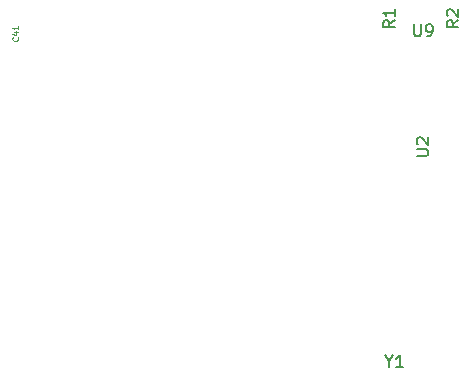
<source format=gbr>
%TF.GenerationSoftware,KiCad,Pcbnew,7.0.6*%
%TF.CreationDate,2024-01-18T22:37:55+01:00*%
%TF.ProjectId,Arius8X-HE,41726975-7338-4582-9d48-452e6b696361,rev?*%
%TF.SameCoordinates,Original*%
%TF.FileFunction,Legend,Top*%
%TF.FilePolarity,Positive*%
%FSLAX46Y46*%
G04 Gerber Fmt 4.6, Leading zero omitted, Abs format (unit mm)*
G04 Created by KiCad (PCBNEW 7.0.6) date 2024-01-18 22:37:55*
%MOMM*%
%LPD*%
G01*
G04 APERTURE LIST*
G04 Aperture macros list*
%AMRoundRect*
0 Rectangle with rounded corners*
0 $1 Rounding radius*
0 $2 $3 $4 $5 $6 $7 $8 $9 X,Y pos of 4 corners*
0 Add a 4 corners polygon primitive as box body*
4,1,4,$2,$3,$4,$5,$6,$7,$8,$9,$2,$3,0*
0 Add four circle primitives for the rounded corners*
1,1,$1+$1,$2,$3*
1,1,$1+$1,$4,$5*
1,1,$1+$1,$6,$7*
1,1,$1+$1,$8,$9*
0 Add four rect primitives between the rounded corners*
20,1,$1+$1,$2,$3,$4,$5,0*
20,1,$1+$1,$4,$5,$6,$7,0*
20,1,$1+$1,$6,$7,$8,$9,0*
20,1,$1+$1,$8,$9,$2,$3,0*%
%AMHorizOval*
0 Thick line with rounded ends*
0 $1 width*
0 $2 $3 position (X,Y) of the first rounded end (center of the circle)*
0 $4 $5 position (X,Y) of the second rounded end (center of the circle)*
0 Add line between two ends*
20,1,$1,$2,$3,$4,$5,0*
0 Add two circle primitives to create the rounded ends*
1,1,$1,$2,$3*
1,1,$1,$4,$5*%
G04 Aperture macros list end*
%ADD10C,0.150000*%
%ADD11C,0.125000*%
%ADD12C,3.124000*%
%ADD13C,4.063800*%
%ADD14C,1.826000*%
%ADD15RoundRect,0.038000X-0.850000X0.850000X-0.850000X-0.850000X0.850000X-0.850000X0.850000X0.850000X0*%
%ADD16O,1.776000X1.776000*%
%ADD17C,0.726000*%
%ADD18O,1.076000X1.676000*%
%ADD19O,1.076000X2.176000*%
%ADD20RoundRect,0.038000X0.000000X-1.202082X1.202082X0.000000X0.000000X1.202082X-1.202082X0.000000X0*%
%ADD21HorizOval,1.776000X0.000000X0.000000X0.000000X0.000000X0*%
G04 APERTURE END LIST*
D10*
X330078095Y-75794819D02*
X330078095Y-76604342D01*
X330078095Y-76604342D02*
X330125714Y-76699580D01*
X330125714Y-76699580D02*
X330173333Y-76747200D01*
X330173333Y-76747200D02*
X330268571Y-76794819D01*
X330268571Y-76794819D02*
X330459047Y-76794819D01*
X330459047Y-76794819D02*
X330554285Y-76747200D01*
X330554285Y-76747200D02*
X330601904Y-76699580D01*
X330601904Y-76699580D02*
X330649523Y-76604342D01*
X330649523Y-76604342D02*
X330649523Y-75794819D01*
X331173333Y-76794819D02*
X331363809Y-76794819D01*
X331363809Y-76794819D02*
X331459047Y-76747200D01*
X331459047Y-76747200D02*
X331506666Y-76699580D01*
X331506666Y-76699580D02*
X331601904Y-76556723D01*
X331601904Y-76556723D02*
X331649523Y-76366247D01*
X331649523Y-76366247D02*
X331649523Y-75985295D01*
X331649523Y-75985295D02*
X331601904Y-75890057D01*
X331601904Y-75890057D02*
X331554285Y-75842438D01*
X331554285Y-75842438D02*
X331459047Y-75794819D01*
X331459047Y-75794819D02*
X331268571Y-75794819D01*
X331268571Y-75794819D02*
X331173333Y-75842438D01*
X331173333Y-75842438D02*
X331125714Y-75890057D01*
X331125714Y-75890057D02*
X331078095Y-75985295D01*
X331078095Y-75985295D02*
X331078095Y-76223390D01*
X331078095Y-76223390D02*
X331125714Y-76318628D01*
X331125714Y-76318628D02*
X331173333Y-76366247D01*
X331173333Y-76366247D02*
X331268571Y-76413866D01*
X331268571Y-76413866D02*
X331459047Y-76413866D01*
X331459047Y-76413866D02*
X331554285Y-76366247D01*
X331554285Y-76366247D02*
X331601904Y-76318628D01*
X331601904Y-76318628D02*
X331649523Y-76223390D01*
D11*
X296507190Y-76883928D02*
X296531000Y-76907737D01*
X296531000Y-76907737D02*
X296554809Y-76979166D01*
X296554809Y-76979166D02*
X296554809Y-77026785D01*
X296554809Y-77026785D02*
X296531000Y-77098213D01*
X296531000Y-77098213D02*
X296483380Y-77145832D01*
X296483380Y-77145832D02*
X296435761Y-77169642D01*
X296435761Y-77169642D02*
X296340523Y-77193451D01*
X296340523Y-77193451D02*
X296269095Y-77193451D01*
X296269095Y-77193451D02*
X296173857Y-77169642D01*
X296173857Y-77169642D02*
X296126238Y-77145832D01*
X296126238Y-77145832D02*
X296078619Y-77098213D01*
X296078619Y-77098213D02*
X296054809Y-77026785D01*
X296054809Y-77026785D02*
X296054809Y-76979166D01*
X296054809Y-76979166D02*
X296078619Y-76907737D01*
X296078619Y-76907737D02*
X296102428Y-76883928D01*
X296221476Y-76455356D02*
X296554809Y-76455356D01*
X296031000Y-76574404D02*
X296388142Y-76693451D01*
X296388142Y-76693451D02*
X296388142Y-76383928D01*
X296554809Y-75931547D02*
X296554809Y-76217261D01*
X296554809Y-76074404D02*
X296054809Y-76074404D01*
X296054809Y-76074404D02*
X296126238Y-76122023D01*
X296126238Y-76122023D02*
X296173857Y-76169642D01*
X296173857Y-76169642D02*
X296197666Y-76217261D01*
D10*
X333834819Y-75456666D02*
X333358628Y-75789999D01*
X333834819Y-76028094D02*
X332834819Y-76028094D01*
X332834819Y-76028094D02*
X332834819Y-75647142D01*
X332834819Y-75647142D02*
X332882438Y-75551904D01*
X332882438Y-75551904D02*
X332930057Y-75504285D01*
X332930057Y-75504285D02*
X333025295Y-75456666D01*
X333025295Y-75456666D02*
X333168152Y-75456666D01*
X333168152Y-75456666D02*
X333263390Y-75504285D01*
X333263390Y-75504285D02*
X333311009Y-75551904D01*
X333311009Y-75551904D02*
X333358628Y-75647142D01*
X333358628Y-75647142D02*
X333358628Y-76028094D01*
X332930057Y-75075713D02*
X332882438Y-75028094D01*
X332882438Y-75028094D02*
X332834819Y-74932856D01*
X332834819Y-74932856D02*
X332834819Y-74694761D01*
X332834819Y-74694761D02*
X332882438Y-74599523D01*
X332882438Y-74599523D02*
X332930057Y-74551904D01*
X332930057Y-74551904D02*
X333025295Y-74504285D01*
X333025295Y-74504285D02*
X333120533Y-74504285D01*
X333120533Y-74504285D02*
X333263390Y-74551904D01*
X333263390Y-74551904D02*
X333834819Y-75123332D01*
X333834819Y-75123332D02*
X333834819Y-74504285D01*
X328444819Y-75456666D02*
X327968628Y-75789999D01*
X328444819Y-76028094D02*
X327444819Y-76028094D01*
X327444819Y-76028094D02*
X327444819Y-75647142D01*
X327444819Y-75647142D02*
X327492438Y-75551904D01*
X327492438Y-75551904D02*
X327540057Y-75504285D01*
X327540057Y-75504285D02*
X327635295Y-75456666D01*
X327635295Y-75456666D02*
X327778152Y-75456666D01*
X327778152Y-75456666D02*
X327873390Y-75504285D01*
X327873390Y-75504285D02*
X327921009Y-75551904D01*
X327921009Y-75551904D02*
X327968628Y-75647142D01*
X327968628Y-75647142D02*
X327968628Y-76028094D01*
X328444819Y-74504285D02*
X328444819Y-75075713D01*
X328444819Y-74789999D02*
X327444819Y-74789999D01*
X327444819Y-74789999D02*
X327587676Y-74885237D01*
X327587676Y-74885237D02*
X327682914Y-74980475D01*
X327682914Y-74980475D02*
X327730533Y-75075713D01*
X327946309Y-104331128D02*
X327946309Y-104807319D01*
X327612976Y-103807319D02*
X327946309Y-104331128D01*
X327946309Y-104331128D02*
X328279642Y-103807319D01*
X329136785Y-104807319D02*
X328565357Y-104807319D01*
X328851071Y-104807319D02*
X328851071Y-103807319D01*
X328851071Y-103807319D02*
X328755833Y-103950176D01*
X328755833Y-103950176D02*
X328660595Y-104045414D01*
X328660595Y-104045414D02*
X328565357Y-104093033D01*
X330284819Y-86931904D02*
X331094342Y-86931904D01*
X331094342Y-86931904D02*
X331189580Y-86884285D01*
X331189580Y-86884285D02*
X331237200Y-86836666D01*
X331237200Y-86836666D02*
X331284819Y-86741428D01*
X331284819Y-86741428D02*
X331284819Y-86550952D01*
X331284819Y-86550952D02*
X331237200Y-86455714D01*
X331237200Y-86455714D02*
X331189580Y-86408095D01*
X331189580Y-86408095D02*
X331094342Y-86360476D01*
X331094342Y-86360476D02*
X330284819Y-86360476D01*
X330380057Y-85931904D02*
X330332438Y-85884285D01*
X330332438Y-85884285D02*
X330284819Y-85789047D01*
X330284819Y-85789047D02*
X330284819Y-85550952D01*
X330284819Y-85550952D02*
X330332438Y-85455714D01*
X330332438Y-85455714D02*
X330380057Y-85408095D01*
X330380057Y-85408095D02*
X330475295Y-85360476D01*
X330475295Y-85360476D02*
X330570533Y-85360476D01*
X330570533Y-85360476D02*
X330713390Y-85408095D01*
X330713390Y-85408095D02*
X331284819Y-85979523D01*
X331284819Y-85979523D02*
X331284819Y-85360476D01*
%LPC*%
D12*
%TO.C,REF\u002A\u002A*%
X294967500Y-131927500D03*
D13*
X294967500Y-147167500D03*
D12*
X318780000Y-131927500D03*
D13*
X318780000Y-147167500D03*
%TD*%
D12*
%TO.C,REF\u002A\u002A*%
X52080000Y-150977500D03*
D13*
X52080000Y-166217500D03*
D12*
X75892500Y-150977500D03*
D13*
X75892500Y-166217500D03*
%TD*%
D12*
%TO.C,REF\u002A\u002A*%
X290205000Y-150977500D03*
D13*
X290205000Y-166217500D03*
D12*
X314017500Y-150977500D03*
D13*
X314017500Y-166217500D03*
%TD*%
D12*
%TO.C,REF\u002A\u002A*%
X297348750Y-93827500D03*
D13*
X297348750Y-109067500D03*
D12*
X321161250Y-93827500D03*
D13*
X321161250Y-109067500D03*
%TD*%
D12*
%TO.C,REF\u002A\u002A*%
X242580000Y-183997500D03*
D13*
X242580000Y-168757500D03*
D12*
X128280000Y-183997500D03*
D13*
X128280000Y-168757500D03*
%TD*%
D14*
%TO.C,HALL34*%
X61922500Y-119862500D03*
X51762500Y-119862500D03*
%TD*%
%TO.C,HALL13*%
X323860000Y-77000000D03*
X313700000Y-77000000D03*
%TD*%
%TO.C,HALL17*%
X57160000Y-100812500D03*
X47000000Y-100812500D03*
%TD*%
%TO.C,HALL55*%
X147647500Y-138912500D03*
X137487500Y-138912500D03*
%TD*%
%TO.C,HALL32*%
X366722500Y-100812500D03*
X356562500Y-100812500D03*
%TD*%
%TO.C,HALL77*%
X61922500Y-177012500D03*
X51762500Y-177012500D03*
%TD*%
%TO.C,HALL4*%
X133360000Y-77000000D03*
X123200000Y-77000000D03*
%TD*%
D15*
%TO.C,J3*%
X369195000Y-136240000D03*
D16*
X371735000Y-136240000D03*
%TD*%
D14*
%TO.C,HALL59*%
X223847500Y-138912500D03*
X213687500Y-138912500D03*
%TD*%
%TO.C,HALL86*%
X385772500Y-177012500D03*
X375612500Y-177012500D03*
%TD*%
%TO.C,HALL8*%
X219085000Y-77000000D03*
X208925000Y-77000000D03*
%TD*%
%TO.C,HALL64*%
X69066250Y-157962500D03*
X58906250Y-157962500D03*
%TD*%
%TO.C,HALL35*%
X85735000Y-119862500D03*
X75575000Y-119862500D03*
%TD*%
%TO.C,HALL42*%
X219085000Y-119862500D03*
X208925000Y-119862500D03*
%TD*%
%TO.C,HALL21*%
X133360000Y-100812500D03*
X123200000Y-100812500D03*
%TD*%
%TO.C,HALL3*%
X114310000Y-77000000D03*
X104150000Y-77000000D03*
%TD*%
%TO.C,HALL20*%
X114310000Y-100812500D03*
X104150000Y-100812500D03*
%TD*%
%TO.C,HALL2*%
X95260000Y-77000000D03*
X85100000Y-77000000D03*
%TD*%
%TO.C,HALL38*%
X142885000Y-119862500D03*
X132725000Y-119862500D03*
%TD*%
%TO.C,HALL83*%
X319097500Y-177012500D03*
X308937500Y-177012500D03*
%TD*%
%TO.C,HALL65*%
X100022500Y-157962500D03*
X89862500Y-157962500D03*
%TD*%
%TO.C,HALL85*%
X366722500Y-177012500D03*
X356562500Y-177012500D03*
%TD*%
%TO.C,HALL40*%
X180985000Y-119862500D03*
X170825000Y-119862500D03*
%TD*%
%TO.C,HALL47*%
X319097500Y-119862500D03*
X308937500Y-119862500D03*
%TD*%
%TO.C,HALL7*%
X200035000Y-77000000D03*
X189875000Y-77000000D03*
%TD*%
%TO.C,HALL81*%
X271472500Y-177012500D03*
X261312500Y-177012500D03*
%TD*%
%TO.C,HALL79*%
X109547500Y-177012500D03*
X99387500Y-177012500D03*
%TD*%
%TO.C,HALL15*%
X366722500Y-77000000D03*
X356562500Y-77000000D03*
%TD*%
%TO.C,HALL25*%
X209560000Y-100812500D03*
X199400000Y-100812500D03*
%TD*%
%TO.C,HALL58*%
X204797500Y-138912500D03*
X194637500Y-138912500D03*
%TD*%
%TO.C,HALL84*%
X347672500Y-177012500D03*
X337512500Y-177012500D03*
%TD*%
%TO.C,HALL71*%
X214322500Y-157962500D03*
X204162500Y-157962500D03*
%TD*%
%TO.C,HALL80*%
X190510000Y-177012500D03*
X180350000Y-177012500D03*
%TD*%
%TO.C,HALL14*%
X347672500Y-77000000D03*
X337512500Y-77000000D03*
%TD*%
%TO.C,HALL43*%
X238135000Y-119862500D03*
X227975000Y-119862500D03*
%TD*%
%TO.C,HALL30*%
X314335000Y-100812500D03*
X304175000Y-100812500D03*
%TD*%
%TO.C,HALL41*%
X200035000Y-119862500D03*
X189875000Y-119862500D03*
%TD*%
%TO.C,HALL16*%
X385772500Y-77000000D03*
X375612500Y-77000000D03*
%TD*%
%TO.C,HALL27*%
X247660000Y-100812500D03*
X237500000Y-100812500D03*
%TD*%
D17*
%TO.C,J1*%
X327796742Y-71447386D03*
X333576742Y-71447386D03*
D18*
X326366742Y-67797386D03*
D19*
X326366742Y-71977386D03*
D18*
X335006742Y-67797386D03*
D19*
X335006742Y-71977386D03*
%TD*%
D14*
%TO.C,HALL22*%
X152410000Y-100812500D03*
X142250000Y-100812500D03*
%TD*%
%TO.C,HALL75*%
X307191250Y-157962500D03*
X297031250Y-157962500D03*
%TD*%
%TO.C,HALL67*%
X138122500Y-157962500D03*
X127962500Y-157962500D03*
%TD*%
%TO.C,HALL72*%
X233372500Y-157962500D03*
X223212500Y-157962500D03*
%TD*%
%TO.C,HALL1*%
X57160000Y-77000000D03*
X47000000Y-77000000D03*
%TD*%
%TO.C,HALL76*%
X366722500Y-157962500D03*
X356562500Y-157962500D03*
%TD*%
%TO.C,HALL10*%
X266710000Y-77000000D03*
X256550000Y-77000000D03*
%TD*%
%TO.C,HALL31*%
X347672500Y-100812500D03*
X337512500Y-100812500D03*
%TD*%
%TO.C,HALL50*%
X385772500Y-119862500D03*
X375612500Y-119862500D03*
%TD*%
%TO.C,HALL57*%
X185747500Y-138912500D03*
X175587500Y-138912500D03*
%TD*%
%TO.C,HALL48*%
X347672500Y-119862500D03*
X337512500Y-119862500D03*
%TD*%
%TO.C,HALL26*%
X228610000Y-100812500D03*
X218450000Y-100812500D03*
%TD*%
%TO.C,HALL23*%
X171460000Y-100812500D03*
X161300000Y-100812500D03*
%TD*%
%TO.C,HALL45*%
X276235000Y-119862500D03*
X266075000Y-119862500D03*
%TD*%
%TO.C,HALL74*%
X271472500Y-157962500D03*
X261312500Y-157962500D03*
%TD*%
%TO.C,HALL82*%
X295285000Y-177012500D03*
X285125000Y-177012500D03*
%TD*%
%TO.C,HALL6*%
X180985000Y-77000000D03*
X170825000Y-77000000D03*
%TD*%
%TO.C,HALL12*%
X304810000Y-77000000D03*
X294650000Y-77000000D03*
%TD*%
%TO.C,HALL46*%
X295285000Y-119862500D03*
X285125000Y-119862500D03*
%TD*%
%TO.C,HALL73*%
X252422500Y-157962500D03*
X242262500Y-157962500D03*
%TD*%
%TO.C,HALL78*%
X85735000Y-177012500D03*
X75575000Y-177012500D03*
%TD*%
%TO.C,HALL33*%
X385772500Y-100812500D03*
X375612500Y-100812500D03*
%TD*%
%TO.C,HALL11*%
X285760000Y-77000000D03*
X275600000Y-77000000D03*
%TD*%
%TO.C,HALL39*%
X161935000Y-119862500D03*
X151775000Y-119862500D03*
%TD*%
%TO.C,HALL36*%
X104785000Y-119862500D03*
X94625000Y-119862500D03*
%TD*%
%TO.C,HALL18*%
X76210000Y-100812500D03*
X66050000Y-100812500D03*
%TD*%
%TO.C,HALL5*%
X152410000Y-77000000D03*
X142250000Y-77000000D03*
%TD*%
%TO.C,HALL54*%
X128597500Y-138912500D03*
X118437500Y-138912500D03*
%TD*%
%TO.C,HALL52*%
X90497500Y-138912500D03*
X80337500Y-138912500D03*
%TD*%
%TO.C,HALL61*%
X261947500Y-138912500D03*
X251787500Y-138912500D03*
%TD*%
D15*
%TO.C,J2*%
X361975000Y-136400000D03*
D16*
X364515000Y-136400000D03*
%TD*%
D14*
%TO.C,HALL62*%
X280997500Y-138912500D03*
X270837500Y-138912500D03*
%TD*%
%TO.C,HALL68*%
X157172500Y-157962500D03*
X147012500Y-157962500D03*
%TD*%
%TO.C,HALL51*%
X59541250Y-138912500D03*
X49381250Y-138912500D03*
%TD*%
%TO.C,HALL37*%
X123835000Y-119862500D03*
X113675000Y-119862500D03*
%TD*%
%TO.C,HALL9*%
X238135000Y-77000000D03*
X227975000Y-77000000D03*
%TD*%
%TO.C,HALL19*%
X95260000Y-100812500D03*
X85100000Y-100812500D03*
%TD*%
%TO.C,HALL60*%
X242897500Y-138912500D03*
X232737500Y-138912500D03*
%TD*%
%TO.C,HALL63*%
X311953750Y-138912500D03*
X301793750Y-138912500D03*
%TD*%
%TO.C,HALL69*%
X176222500Y-157962500D03*
X166062500Y-157962500D03*
%TD*%
%TO.C,HALL70*%
X195272500Y-157962500D03*
X185112500Y-157962500D03*
%TD*%
%TO.C,HALL28*%
X266710000Y-100812500D03*
X256550000Y-100812500D03*
%TD*%
%TO.C,HALL56*%
X166697500Y-138912500D03*
X156537500Y-138912500D03*
%TD*%
%TO.C,HALL29*%
X285760000Y-100812500D03*
X275600000Y-100812500D03*
%TD*%
D20*
%TO.C,SWD1*%
X315523949Y-92236051D03*
D21*
X317320000Y-90440000D03*
X313727898Y-90440000D03*
X315523949Y-88643949D03*
X311931847Y-88643949D03*
X313727898Y-86847897D03*
%TD*%
D14*
%TO.C,HALL49*%
X366722500Y-119862500D03*
X356562500Y-119862500D03*
%TD*%
%TO.C,HALL53*%
X109547500Y-138912500D03*
X99387500Y-138912500D03*
%TD*%
%TO.C,HALL24*%
X190510000Y-100812500D03*
X180350000Y-100812500D03*
%TD*%
%TO.C,HALL66*%
X119072500Y-157962500D03*
X108912500Y-157962500D03*
%TD*%
%TO.C,HALL44*%
X257185000Y-119862500D03*
X247025000Y-119862500D03*
%TD*%
%LPD*%
M02*

</source>
